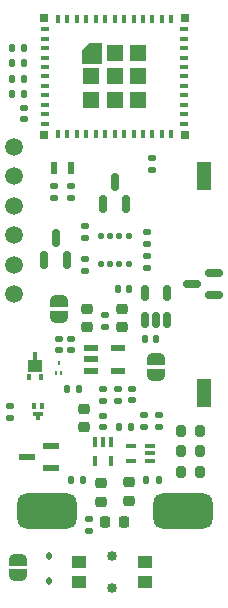
<source format=gts>
%TF.GenerationSoftware,KiCad,Pcbnew,7.0.1*%
%TF.CreationDate,2023-04-06T09:57:02+02:00*%
%TF.ProjectId,OBJEX-DoorSensor_v1.2,4f424a45-582d-4446-9f6f-7253656e736f,1.2*%
%TF.SameCoordinates,Original*%
%TF.FileFunction,Soldermask,Top*%
%TF.FilePolarity,Negative*%
%FSLAX46Y46*%
G04 Gerber Fmt 4.6, Leading zero omitted, Abs format (unit mm)*
G04 Created by KiCad (PCBNEW 7.0.1) date 2023-04-06 09:57:02*
%MOMM*%
%LPD*%
G01*
G04 APERTURE LIST*
G04 Aperture macros list*
%AMRoundRect*
0 Rectangle with rounded corners*
0 $1 Rounding radius*
0 $2 $3 $4 $5 $6 $7 $8 $9 X,Y pos of 4 corners*
0 Add a 4 corners polygon primitive as box body*
4,1,4,$2,$3,$4,$5,$6,$7,$8,$9,$2,$3,0*
0 Add four circle primitives for the rounded corners*
1,1,$1+$1,$2,$3*
1,1,$1+$1,$4,$5*
1,1,$1+$1,$6,$7*
1,1,$1+$1,$8,$9*
0 Add four rect primitives between the rounded corners*
20,1,$1+$1,$2,$3,$4,$5,0*
20,1,$1+$1,$4,$5,$6,$7,0*
20,1,$1+$1,$6,$7,$8,$9,0*
20,1,$1+$1,$8,$9,$2,$3,0*%
%AMFreePoly0*
4,1,19,0.500000,-0.750000,0.000000,-0.750000,0.000000,-0.744911,-0.071157,-0.744911,-0.207708,-0.704816,-0.327430,-0.627875,-0.420627,-0.520320,-0.479746,-0.390866,-0.500000,-0.250000,-0.500000,0.250000,-0.479746,0.390866,-0.420627,0.520320,-0.327430,0.627875,-0.207708,0.704816,-0.071157,0.744911,0.000000,0.744911,0.000000,0.750000,0.500000,0.750000,0.500000,-0.750000,0.500000,-0.750000,
$1*%
%AMFreePoly1*
4,1,19,0.000000,0.744911,0.071157,0.744911,0.207708,0.704816,0.327430,0.627875,0.420627,0.520320,0.479746,0.390866,0.500000,0.250000,0.500000,-0.250000,0.479746,-0.390866,0.420627,-0.520320,0.327430,-0.627875,0.207708,-0.704816,0.071157,-0.744911,0.000000,-0.744911,0.000000,-0.750000,-0.500000,-0.750000,-0.500000,0.750000,0.000000,0.750000,0.000000,0.744911,0.000000,0.744911,
$1*%
G04 Aperture macros list end*
%ADD10C,0.010000*%
%ADD11R,0.310000X0.500000*%
%ADD12R,0.310000X0.650000*%
%ADD13R,1.300000X1.000000*%
%ADD14RoundRect,0.200000X-0.200000X-0.275000X0.200000X-0.275000X0.200000X0.275000X-0.200000X0.275000X0*%
%ADD15RoundRect,0.135000X-0.185000X0.135000X-0.185000X-0.135000X0.185000X-0.135000X0.185000X0.135000X0*%
%ADD16RoundRect,0.135000X-0.135000X-0.185000X0.135000X-0.185000X0.135000X0.185000X-0.135000X0.185000X0*%
%ADD17R,0.350000X0.500000*%
%ADD18R,0.900000X0.440000*%
%ADD19R,0.300000X0.340000*%
%ADD20RoundRect,0.112500X0.112500X-0.187500X0.112500X0.187500X-0.112500X0.187500X-0.112500X-0.187500X0*%
%ADD21RoundRect,0.150000X0.150000X-0.587500X0.150000X0.587500X-0.150000X0.587500X-0.150000X-0.587500X0*%
%ADD22R,0.900000X0.400000*%
%ADD23RoundRect,0.218750X0.256250X-0.218750X0.256250X0.218750X-0.256250X0.218750X-0.256250X-0.218750X0*%
%ADD24RoundRect,0.140000X0.170000X-0.140000X0.170000X0.140000X-0.170000X0.140000X-0.170000X-0.140000X0*%
%ADD25C,1.500000*%
%ADD26R,1.219200X0.508000*%
%ADD27RoundRect,0.140000X-0.140000X-0.170000X0.140000X-0.170000X0.140000X0.170000X-0.140000X0.170000X0*%
%ADD28FreePoly0,90.000000*%
%ADD29FreePoly1,90.000000*%
%ADD30RoundRect,0.140000X0.140000X0.170000X-0.140000X0.170000X-0.140000X-0.170000X0.140000X-0.170000X0*%
%ADD31RoundRect,0.140000X-0.170000X0.140000X-0.170000X-0.140000X0.170000X-0.140000X0.170000X0.140000X0*%
%ADD32RoundRect,0.150000X0.587500X0.150000X-0.587500X0.150000X-0.587500X-0.150000X0.587500X-0.150000X0*%
%ADD33RoundRect,0.135000X0.135000X0.185000X-0.135000X0.185000X-0.135000X-0.185000X0.135000X-0.185000X0*%
%ADD34RoundRect,0.135000X0.185000X-0.135000X0.185000X0.135000X-0.185000X0.135000X-0.185000X-0.135000X0*%
%ADD35RoundRect,0.150000X0.150000X-0.512500X0.150000X0.512500X-0.150000X0.512500X-0.150000X-0.512500X0*%
%ADD36R,0.600000X1.100000*%
%ADD37RoundRect,0.225000X0.250000X-0.225000X0.250000X0.225000X-0.250000X0.225000X-0.250000X-0.225000X0*%
%ADD38RoundRect,0.750000X-1.750000X-0.750000X1.750000X-0.750000X1.750000X0.750000X-1.750000X0.750000X0*%
%ADD39RoundRect,0.125000X-0.125000X-0.137500X0.125000X-0.137500X0.125000X0.137500X-0.125000X0.137500X0*%
%ADD40RoundRect,0.218750X0.218750X0.256250X-0.218750X0.256250X-0.218750X-0.256250X0.218750X-0.256250X0*%
%ADD41R,0.800000X0.400000*%
%ADD42R,0.400000X0.800000*%
%ADD43R,1.450000X1.450000*%
%ADD44R,0.700000X0.700000*%
%ADD45R,0.200000X0.339999*%
%ADD46R,0.259999X0.339999*%
%ADD47C,0.850000*%
%ADD48R,1.200000X1.000000*%
%ADD49R,1.300000X2.340000*%
%ADD50RoundRect,0.041300X0.618700X0.253700X-0.618700X0.253700X-0.618700X-0.253700X0.618700X-0.253700X0*%
%ADD51FreePoly0,270.000000*%
%ADD52FreePoly1,270.000000*%
%ADD53R,0.400000X0.900000*%
%ADD54RoundRect,0.225000X-0.250000X0.225000X-0.250000X-0.225000X0.250000X-0.225000X0.250000X0.225000X0*%
G04 APERTURE END LIST*
%TO.C,U7*%
D10*
X143850000Y-79650000D02*
X142200000Y-79650000D01*
X142200000Y-78660000D01*
X142860000Y-78000000D01*
X143850000Y-78000000D01*
X143850000Y-79650000D01*
G36*
X143850000Y-79650000D02*
G01*
X142200000Y-79650000D01*
X142200000Y-78660000D01*
X142860000Y-78000000D01*
X143850000Y-78000000D01*
X143850000Y-79650000D01*
G37*
%TD*%
D11*
%TO.C,Q6*%
X137750000Y-106225000D03*
X138750000Y-106225000D03*
D12*
X138250000Y-104500000D03*
D13*
X138250000Y-105325000D03*
%TD*%
D14*
%TO.C,R5*%
X150575000Y-110800000D03*
X152225000Y-110800000D03*
%TD*%
D15*
%TO.C,R15*%
X147750000Y-95990000D03*
X147750000Y-97010000D03*
%TD*%
D16*
%TO.C,R1*%
X136310000Y-82300000D03*
X137330000Y-82300000D03*
%TD*%
D17*
%TO.C,Q3*%
X138825000Y-108670000D03*
X138175000Y-108670000D03*
D18*
X138500000Y-109360000D03*
D19*
X138500000Y-109750000D03*
%TD*%
D20*
%TO.C,D5*%
X139400000Y-123500000D03*
X139400000Y-121400000D03*
%TD*%
D21*
%TO.C,Q4*%
X144050000Y-91637500D03*
X145950000Y-91637500D03*
X145000000Y-89762500D03*
%TD*%
D22*
%TO.C,U4*%
X148000000Y-113350000D03*
X148000000Y-112700000D03*
X148000000Y-112050000D03*
X146400000Y-112050000D03*
X146400000Y-113350000D03*
%TD*%
D23*
%TO.C,D2*%
X143800000Y-116787500D03*
X143800000Y-115212500D03*
%TD*%
D15*
%TO.C,R13*%
X144000000Y-107250000D03*
X144000000Y-108270000D03*
%TD*%
D24*
%TO.C,C12*%
X144000000Y-110480000D03*
X144000000Y-109520000D03*
%TD*%
D25*
%TO.C,TP5*%
X136500000Y-91750000D03*
%TD*%
D26*
%TO.C,U2*%
X143000000Y-103800000D03*
X143000000Y-104750000D03*
X143000000Y-105700000D03*
X145286000Y-105700000D03*
X145286000Y-103800000D03*
%TD*%
D21*
%TO.C,Q5*%
X139050000Y-96337500D03*
X140950000Y-96337500D03*
X140000000Y-94462500D03*
%TD*%
D27*
%TO.C,C15*%
X147551863Y-103011410D03*
X148511863Y-103011410D03*
%TD*%
D28*
%TO.C,JP4*%
X140250000Y-101150000D03*
D29*
X140250000Y-99850000D03*
%TD*%
D30*
%TO.C,C14*%
X146210000Y-98800000D03*
X145250000Y-98800000D03*
%TD*%
D31*
%TO.C,C3*%
X141300000Y-90095000D03*
X141300000Y-91055000D03*
%TD*%
D28*
%TO.C,JP3*%
X148500000Y-106050000D03*
D29*
X148500000Y-104750000D03*
%TD*%
D32*
%TO.C,U3*%
X151525000Y-98350000D03*
X153400000Y-99300000D03*
X153400000Y-97400000D03*
%TD*%
D33*
%TO.C,R20*%
X142310000Y-115000000D03*
X141290000Y-115000000D03*
%TD*%
D34*
%TO.C,R4*%
X144143000Y-102010000D03*
X144143000Y-100990000D03*
%TD*%
D35*
%TO.C,U8*%
X147550000Y-101387500D03*
X148500000Y-101387500D03*
X149450000Y-101387500D03*
X149450000Y-99112500D03*
X147550000Y-99112500D03*
%TD*%
D36*
%TO.C,Y1*%
X139900000Y-88575000D03*
X141300000Y-88575000D03*
%TD*%
D37*
%TO.C,C8*%
X142419175Y-110472907D03*
X142419175Y-108922907D03*
%TD*%
%TO.C,C6*%
X142643000Y-102025000D03*
X142643000Y-100475000D03*
%TD*%
D33*
%TO.C,R10*%
X146393421Y-110478933D03*
X145373421Y-110478933D03*
%TD*%
D38*
%TO.C,U1*%
X150750000Y-117600000D03*
%TD*%
D39*
%TO.C,U6*%
X143800000Y-94312500D03*
X144600000Y-94312500D03*
X145400000Y-94312500D03*
X146200000Y-94312500D03*
X146200000Y-96687500D03*
X145400000Y-96687500D03*
X144600000Y-96687500D03*
X143800000Y-96687500D03*
%TD*%
D40*
%TO.C,D3*%
X145787500Y-118487500D03*
X144212500Y-118487500D03*
%TD*%
D25*
%TO.C,TP6*%
X136500000Y-94250000D03*
%TD*%
%TO.C,TP8*%
X136500000Y-99250000D03*
%TD*%
D41*
%TO.C,U7*%
X139100000Y-76800000D03*
X139100000Y-77600000D03*
X139100000Y-78400000D03*
X139100000Y-79200000D03*
X139100000Y-80000000D03*
X139100000Y-80800000D03*
X139100000Y-81600000D03*
X139100000Y-82400000D03*
X139100000Y-83200000D03*
X139100000Y-84000000D03*
X139100000Y-84800000D03*
D42*
X140200000Y-85700000D03*
X141000000Y-85700000D03*
X141800000Y-85700000D03*
X142600000Y-85700000D03*
X143400000Y-85700000D03*
X144200000Y-85700000D03*
X145000000Y-85700000D03*
X145800000Y-85700000D03*
X146600000Y-85700000D03*
X147400000Y-85700000D03*
X148200000Y-85700000D03*
X149000000Y-85700000D03*
X149800000Y-85700000D03*
D41*
X150900000Y-84800000D03*
X150900000Y-84000000D03*
X150900000Y-83200000D03*
X150900000Y-82400000D03*
X150900000Y-81600000D03*
X150900000Y-80800000D03*
X150900000Y-80000000D03*
X150900000Y-79200000D03*
X150900000Y-78400000D03*
X150900000Y-77600000D03*
X150900000Y-76800000D03*
D42*
X149800000Y-75900000D03*
X149000000Y-75900000D03*
X148200000Y-75900000D03*
X147400000Y-75900000D03*
X146600000Y-75900000D03*
X145800000Y-75900000D03*
X145000000Y-75900000D03*
X144200000Y-75900000D03*
X143400000Y-75900000D03*
X142600000Y-75900000D03*
X141800000Y-75900000D03*
X141000000Y-75900000D03*
X140200000Y-75900000D03*
D43*
X145000000Y-78825000D03*
X146975000Y-78825000D03*
X146975000Y-80800000D03*
X146975000Y-82775000D03*
X145000000Y-82775000D03*
X143025000Y-82775000D03*
X143025000Y-80800000D03*
X145000000Y-80800000D03*
D44*
X150950000Y-75850000D03*
X150950000Y-85750000D03*
X139050000Y-85750000D03*
X139050000Y-75850000D03*
%TD*%
D25*
%TO.C,TP7*%
X136500000Y-96750000D03*
%TD*%
D34*
%TO.C,R8*%
X147500000Y-110510000D03*
X147500000Y-109490000D03*
%TD*%
D45*
%TO.C,Q2*%
X140060000Y-105929999D03*
X140440000Y-105929999D03*
D46*
X140250000Y-105070001D03*
%TD*%
D15*
%TO.C,R14*%
X145250000Y-107250000D03*
X145250000Y-108270000D03*
%TD*%
D34*
%TO.C,R16*%
X142500000Y-94510000D03*
X142500000Y-93490000D03*
%TD*%
D30*
%TO.C,C4*%
X137300000Y-79700000D03*
X136340000Y-79700000D03*
%TD*%
D47*
%TO.C,S2*%
X144750000Y-121400000D03*
X144750000Y-124150000D03*
D48*
X147550000Y-121925000D03*
X147550000Y-123625000D03*
X141950000Y-121925000D03*
X141950000Y-123625000D03*
%TD*%
D24*
%TO.C,C9*%
X140250000Y-103980000D03*
X140250000Y-103020000D03*
%TD*%
D25*
%TO.C,TP4*%
X136500000Y-89250000D03*
%TD*%
D34*
%TO.C,R17*%
X142500000Y-97310000D03*
X142500000Y-96290000D03*
%TD*%
D38*
%TO.C,U10*%
X139250000Y-117600000D03*
%TD*%
D23*
%TO.C,D1*%
X146200000Y-116750000D03*
X146200000Y-115175000D03*
%TD*%
D49*
%TO.C,S1*%
X152600000Y-107570000D03*
X152600000Y-89230000D03*
%TD*%
D15*
%TO.C,R2*%
X148200000Y-87665000D03*
X148200000Y-88685000D03*
%TD*%
D24*
%TO.C,C10*%
X141300000Y-103980000D03*
X141300000Y-103020000D03*
%TD*%
D15*
%TO.C,R12*%
X136158584Y-108676839D03*
X136158584Y-109696839D03*
%TD*%
D34*
%TO.C,R21*%
X142800000Y-119310000D03*
X142800000Y-118290000D03*
%TD*%
D30*
%TO.C,C5*%
X137280000Y-78400000D03*
X136320000Y-78400000D03*
%TD*%
D16*
%TO.C,R3*%
X147690000Y-115000000D03*
X148710000Y-115000000D03*
%TD*%
D50*
%TO.C,Q1*%
X139600000Y-113950000D03*
X139600000Y-112050000D03*
X137570000Y-113000000D03*
%TD*%
D15*
%TO.C,R9*%
X148750000Y-109490000D03*
X148750000Y-110510000D03*
%TD*%
D51*
%TO.C,JP1*%
X136800000Y-121750000D03*
D52*
X136800000Y-123050000D03*
%TD*%
D31*
%TO.C,C1*%
X137331838Y-83459373D03*
X137331838Y-84419373D03*
%TD*%
D14*
%TO.C,R6*%
X150575000Y-114300000D03*
X152225000Y-114300000D03*
%TD*%
D33*
%TO.C,R11*%
X142010000Y-107240000D03*
X140990000Y-107240000D03*
%TD*%
D53*
%TO.C,U5*%
X144650000Y-111790000D03*
X144000000Y-111790000D03*
X143350000Y-111790000D03*
X143350000Y-113390000D03*
X144650000Y-113390000D03*
%TD*%
D25*
%TO.C,TP3*%
X136500000Y-86750000D03*
%TD*%
D34*
%TO.C,R18*%
X147750000Y-95010000D03*
X147750000Y-93990000D03*
%TD*%
D31*
%TO.C,C11*%
X146500000Y-107260000D03*
X146500000Y-108220000D03*
%TD*%
D54*
%TO.C,C7*%
X145643000Y-100475000D03*
X145643000Y-102025000D03*
%TD*%
D33*
%TO.C,R19*%
X137330000Y-81000000D03*
X136310000Y-81000000D03*
%TD*%
D14*
%TO.C,R7*%
X150575000Y-112550000D03*
X152225000Y-112550000D03*
%TD*%
D31*
%TO.C,C2*%
X139900000Y-90100000D03*
X139900000Y-91060000D03*
%TD*%
M02*

</source>
